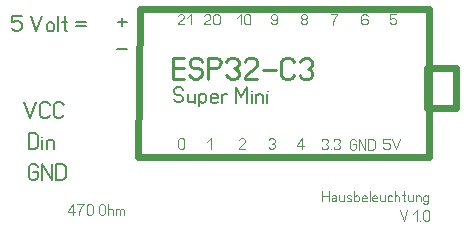
<source format=gbr>
%FSLAX34Y34*%
%MOMM*%
%LNSILK_TOP*%
G71*
G01*
%ADD10C,0.111*%
%ADD11C,0.222*%
%ADD12C,0.167*%
%ADD13C,0.600*%
%LPD*%
G54D10*
X268525Y31020D02*
X268525Y39909D01*
G54D10*
X273859Y31020D02*
X273859Y39909D01*
G54D10*
X268525Y35465D02*
X273859Y35465D01*
G54D10*
X276302Y35465D02*
X277636Y36020D01*
X279236Y36020D01*
X280302Y34909D01*
X280302Y31020D01*
G54D10*
X280302Y32687D02*
X279636Y33798D01*
X278302Y34020D01*
X276969Y33798D01*
X276302Y32687D01*
X276569Y31576D01*
X277636Y31020D01*
X278302Y31020D01*
X278569Y31020D01*
X279636Y31576D01*
X280302Y32687D01*
G54D10*
X286746Y36020D02*
X286746Y31020D01*
G54D10*
X286746Y32131D02*
X286080Y31242D01*
X284746Y31020D01*
X283413Y31242D01*
X282746Y32131D01*
X282746Y36020D01*
G54D10*
X289190Y31576D02*
X290524Y31020D01*
X291857Y31020D01*
X293190Y31576D01*
X293190Y32687D01*
X292524Y33242D01*
X289857Y33798D01*
X289190Y34353D01*
X289190Y35465D01*
X290524Y36020D01*
X291857Y36020D01*
X293190Y35465D01*
G54D10*
X295634Y31020D02*
X295634Y39909D01*
G54D10*
X295634Y34576D02*
X296301Y35687D01*
X297634Y36020D01*
X298968Y35687D01*
X299634Y34576D01*
X299634Y32353D01*
X298968Y31242D01*
X297634Y31020D01*
X296301Y31242D01*
X295634Y32353D01*
G54D10*
X306078Y31576D02*
X305012Y31020D01*
X303678Y31020D01*
X302345Y31576D01*
X302078Y32687D01*
X302078Y34576D01*
X302745Y35687D01*
X304078Y36020D01*
X305412Y35687D01*
X306078Y34909D01*
X306078Y33798D01*
X302078Y33798D01*
G54D10*
X308522Y31020D02*
X308522Y39909D01*
G54D10*
X314966Y31576D02*
X313900Y31020D01*
X312566Y31020D01*
X311233Y31576D01*
X310966Y32687D01*
X310966Y34576D01*
X311633Y35687D01*
X312966Y36020D01*
X314300Y35687D01*
X314966Y34909D01*
X314966Y33798D01*
X310966Y33798D01*
G54D10*
X321410Y36020D02*
X321410Y31020D01*
G54D10*
X321410Y32131D02*
X320744Y31242D01*
X319410Y31020D01*
X318077Y31242D01*
X317410Y32131D01*
X317410Y36020D01*
G54D10*
X327188Y35687D02*
X325854Y36020D01*
X324521Y35687D01*
X323854Y34576D01*
X323854Y32353D01*
X324521Y31242D01*
X325854Y31020D01*
X327188Y31242D01*
G54D10*
X329631Y31020D02*
X329631Y39909D01*
G54D10*
X329631Y34576D02*
X330298Y35687D01*
X331631Y36020D01*
X332965Y35687D01*
X333631Y34576D01*
X333631Y31020D01*
G54D10*
X337409Y39909D02*
X337409Y31576D01*
X338075Y31020D01*
X338742Y31242D01*
G54D10*
X336075Y36020D02*
X338742Y36020D01*
G54D10*
X345186Y36020D02*
X345186Y31020D01*
G54D10*
X345186Y32131D02*
X344520Y31242D01*
X343186Y31020D01*
X341853Y31242D01*
X341186Y32131D01*
X341186Y36020D01*
G54D10*
X347630Y31020D02*
X347630Y36020D01*
G54D10*
X347630Y34909D02*
X348297Y35687D01*
X349630Y36020D01*
X350964Y35687D01*
X351630Y34909D01*
X351630Y31020D01*
G54D10*
X354074Y29353D02*
X355408Y28798D01*
X356341Y28798D01*
X357674Y29353D01*
X358074Y30465D01*
X358074Y36020D01*
G54D10*
X358074Y34576D02*
X357408Y35687D01*
X356074Y36020D01*
X354741Y35687D01*
X354074Y34576D01*
X354074Y32353D01*
X354741Y31242D01*
X356074Y31020D01*
X357408Y31242D01*
X358074Y32353D01*
G54D10*
X325459Y83749D02*
X320126Y83749D01*
X320126Y79860D01*
X320793Y79860D01*
X322126Y80416D01*
X323459Y80416D01*
X324793Y79860D01*
X325459Y78749D01*
X325459Y76527D01*
X324793Y75416D01*
X323459Y74860D01*
X322126Y74860D01*
X320793Y75416D01*
X320126Y76527D01*
G54D10*
X327903Y83749D02*
X331236Y74860D01*
X334570Y83749D01*
G54D11*
X151113Y134811D02*
X141780Y134860D01*
X141873Y152637D01*
X151206Y152588D01*
G54D11*
X141827Y143748D02*
X151160Y143700D01*
G54D11*
X156019Y138118D02*
X157341Y135889D01*
X160002Y134764D01*
X162668Y134750D01*
X165341Y135848D01*
X166686Y138062D01*
X166697Y140285D01*
X165375Y142514D01*
X162715Y143639D01*
X160048Y143653D01*
X157388Y144778D01*
X156066Y147007D01*
X156077Y149229D01*
X157422Y151445D01*
X160095Y152542D01*
X162761Y152528D01*
X165422Y151403D01*
X166744Y149173D01*
G54D11*
X171558Y134704D02*
X171651Y152481D01*
X178317Y152446D01*
X180978Y151321D01*
X182300Y149092D01*
X182288Y146870D01*
X180943Y144655D01*
X178271Y143558D01*
X171604Y143593D01*
G54D11*
X187189Y149067D02*
X188534Y151282D01*
X191207Y152379D01*
X193873Y152365D01*
X196534Y151240D01*
X197856Y149011D01*
X197844Y146789D01*
X196499Y144573D01*
X193826Y143476D01*
X196487Y142351D01*
X197809Y140122D01*
X197797Y137900D01*
X196452Y135685D01*
X193780Y134587D01*
X191113Y134601D01*
X188452Y135726D01*
X187131Y137956D01*
G54D11*
X213336Y134485D02*
X202669Y134541D01*
X202675Y135652D01*
X204020Y137867D01*
X212054Y144492D01*
X213400Y146707D01*
X213411Y148929D01*
X212090Y151158D01*
X209429Y152283D01*
X206762Y152297D01*
X204089Y151200D01*
X202745Y148985D01*
G54D11*
X218266Y142237D02*
X228932Y142181D01*
G54D11*
X244465Y137655D02*
X243120Y135440D01*
X240447Y134343D01*
X237781Y134357D01*
X235120Y135482D01*
X233798Y137711D01*
X233856Y148822D01*
X235201Y151037D01*
X237873Y152135D01*
X240541Y152121D01*
X243201Y150996D01*
X244523Y148766D01*
G54D11*
X249412Y148741D02*
X250757Y150956D01*
X253430Y152053D01*
X256096Y152039D01*
X258757Y150914D01*
X260079Y148685D01*
X260067Y146463D01*
X258722Y144248D01*
X256050Y143150D01*
X258710Y142025D01*
X260032Y139796D01*
X260020Y137574D01*
X258676Y135359D01*
X256003Y134262D01*
X253336Y134276D01*
X250676Y135401D01*
X249354Y137630D01*
G54D12*
X142844Y117132D02*
X143836Y115460D01*
X145831Y114616D01*
X147832Y114606D01*
X149836Y115428D01*
X150844Y117090D01*
X150853Y118757D01*
X149862Y120428D01*
X147866Y121272D01*
X145866Y121282D01*
X143870Y122126D01*
X142879Y123798D01*
X142888Y125465D01*
X143897Y127126D01*
X145901Y127949D01*
X147901Y127939D01*
X149896Y127095D01*
X150888Y125423D01*
G54D12*
X160537Y122039D02*
X160498Y114539D01*
G54D12*
X160507Y116206D02*
X159500Y114878D01*
X157498Y114555D01*
X155500Y114899D01*
X154507Y116237D01*
X154537Y122071D01*
G54D12*
X164204Y122020D02*
X164147Y111187D01*
G54D12*
X164178Y117020D02*
X165167Y114848D01*
X167165Y114504D01*
X169166Y114827D01*
X170175Y116488D01*
X170193Y119822D01*
X169202Y121494D01*
X167204Y122004D01*
X165202Y121515D01*
X164191Y119520D01*
G54D12*
X179836Y115271D02*
X178232Y114446D01*
X176232Y114457D01*
X174236Y115301D01*
X173845Y116969D01*
X173860Y119803D01*
X174868Y121464D01*
X176871Y121954D01*
X178868Y121443D01*
X179862Y120271D01*
X179854Y118605D01*
X173854Y118636D01*
G54D12*
X183499Y114419D02*
X183538Y121919D01*
G54D12*
X183529Y120252D02*
X185538Y121908D01*
X187538Y121898D01*
G54D12*
X195032Y114358D02*
X195102Y127692D01*
X200058Y119332D01*
X205102Y127639D01*
X205032Y114306D01*
G54D12*
X208699Y114287D02*
X208739Y121787D01*
G54D12*
X208752Y124287D02*
X208752Y124287D01*
G54D12*
X212366Y114268D02*
X212406Y121768D01*
G54D12*
X212397Y120101D02*
X213403Y121262D01*
X215406Y121752D01*
X217403Y121241D01*
X218396Y120069D01*
X218366Y114236D01*
G54D12*
X222033Y114217D02*
X222073Y121717D01*
G54D12*
X222086Y124217D02*
X222086Y124217D01*
G54D10*
X294481Y79083D02*
X297147Y79083D01*
X297147Y76306D01*
X296481Y75194D01*
X295147Y74639D01*
X293814Y74639D01*
X292481Y75194D01*
X291814Y76306D01*
X291814Y81861D01*
X292481Y82972D01*
X293814Y83528D01*
X295147Y83528D01*
X296481Y82972D01*
X297147Y81861D01*
G54D10*
X299591Y74639D02*
X299591Y83528D01*
X304924Y74639D01*
X304924Y83528D01*
G54D10*
X307368Y74639D02*
X307368Y83528D01*
X310701Y83528D01*
X312035Y82972D01*
X312701Y81861D01*
X312701Y76306D01*
X312035Y75194D01*
X310701Y74639D01*
X307368Y74639D01*
G54D10*
X267904Y82113D02*
X268571Y83224D01*
X269904Y83779D01*
X271238Y83779D01*
X272571Y83224D01*
X273238Y82113D01*
X273238Y81001D01*
X272571Y79890D01*
X271238Y79335D01*
X272571Y78779D01*
X273238Y77668D01*
X273238Y76557D01*
X272571Y75446D01*
X271238Y74890D01*
X269904Y74890D01*
X268571Y75446D01*
X267904Y76557D01*
G54D10*
X275681Y74890D02*
X275681Y74890D01*
G54D10*
X278125Y82113D02*
X278792Y83224D01*
X280125Y83779D01*
X281459Y83779D01*
X282792Y83224D01*
X283459Y82113D01*
X283459Y81001D01*
X282792Y79890D01*
X281459Y79335D01*
X282792Y78779D01*
X283459Y77668D01*
X283459Y76557D01*
X282792Y75446D01*
X281459Y74890D01*
X280125Y74890D01*
X278792Y75446D01*
X278125Y76557D01*
G54D10*
X251309Y75340D02*
X251309Y84229D01*
X247309Y78673D01*
X247309Y77562D01*
X252642Y77562D01*
G54D10*
X222963Y82594D02*
X223630Y83705D01*
X224963Y84261D01*
X226297Y84261D01*
X227630Y83705D01*
X228297Y82594D01*
X228297Y81483D01*
X227630Y80372D01*
X226297Y79816D01*
X227630Y79261D01*
X228297Y78150D01*
X228297Y77038D01*
X227630Y75927D01*
X226297Y75372D01*
X224963Y75372D01*
X223630Y75927D01*
X222963Y77038D01*
G54D10*
X203100Y75372D02*
X197767Y75372D01*
X197767Y75928D01*
X198433Y77039D01*
X202433Y80372D01*
X203100Y81483D01*
X203100Y82594D01*
X202433Y83705D01*
X201100Y84261D01*
X199767Y84261D01*
X198433Y83705D01*
X197767Y82594D01*
G54D10*
X170966Y80939D02*
X174299Y84273D01*
X174299Y75384D01*
G54D10*
X146385Y82594D02*
X146385Y77038D01*
X147052Y75927D01*
X148385Y75372D01*
X149719Y75372D01*
X151052Y75927D01*
X151719Y77038D01*
X151719Y82594D01*
X151052Y83705D01*
X149719Y84261D01*
X148385Y84261D01*
X147052Y83705D01*
X146385Y82594D01*
G54D10*
X331080Y189527D02*
X325747Y189527D01*
X325747Y185638D01*
X326413Y185638D01*
X327747Y186194D01*
X329080Y186194D01*
X330413Y185638D01*
X331080Y184527D01*
X331080Y182305D01*
X330413Y181194D01*
X329080Y180638D01*
X327747Y180638D01*
X326413Y181194D01*
X325747Y182305D01*
G54D10*
X306915Y187860D02*
X306248Y188971D01*
X304915Y189527D01*
X303581Y189527D01*
X302248Y188971D01*
X301581Y187860D01*
X301581Y185082D01*
X301581Y184527D01*
X303581Y185638D01*
X304915Y185638D01*
X306248Y185082D01*
X306915Y183971D01*
X306915Y182305D01*
X306248Y181193D01*
X304915Y180638D01*
X303581Y180638D01*
X302248Y181193D01*
X301581Y182305D01*
X301581Y185082D01*
G54D10*
X275997Y189452D02*
X281330Y189452D01*
X280663Y188341D01*
X279330Y186674D01*
X277997Y184452D01*
X277330Y182785D01*
X277330Y180563D01*
G54D10*
X253707Y185082D02*
X252374Y185082D01*
X251040Y185637D01*
X250374Y186748D01*
X250374Y187860D01*
X251040Y188971D01*
X252374Y189526D01*
X253707Y189526D01*
X255040Y188971D01*
X255707Y187860D01*
X255707Y186748D01*
X255040Y185637D01*
X253707Y185082D01*
X255040Y184526D01*
X255707Y183415D01*
X255707Y182304D01*
X255040Y181193D01*
X253707Y180637D01*
X252374Y180637D01*
X251040Y181193D01*
X250374Y182304D01*
X250374Y183415D01*
X251040Y184526D01*
X252374Y185082D01*
G54D10*
X224942Y182305D02*
X225609Y181193D01*
X226942Y180638D01*
X228276Y180638D01*
X229609Y181193D01*
X230276Y182305D01*
X230276Y185082D01*
X230276Y185638D01*
X228276Y184527D01*
X226942Y184527D01*
X225609Y185082D01*
X224942Y186193D01*
X224942Y187860D01*
X225609Y188971D01*
X226942Y189527D01*
X228276Y189527D01*
X229609Y188971D01*
X230276Y187860D01*
X230276Y185082D01*
G54D10*
X196495Y186193D02*
X199828Y189527D01*
X199828Y180638D01*
G54D10*
X207605Y187860D02*
X207605Y182305D01*
X206939Y181193D01*
X205605Y180638D01*
X204272Y180638D01*
X202939Y181193D01*
X202272Y182305D01*
X202272Y187860D01*
X202939Y188971D01*
X204272Y189527D01*
X205605Y189527D01*
X206939Y188971D01*
X207605Y187860D01*
G54D10*
X173723Y180638D02*
X168390Y180638D01*
X168390Y181194D01*
X169057Y182305D01*
X173057Y185638D01*
X173723Y186749D01*
X173723Y187860D01*
X173057Y188971D01*
X171723Y189527D01*
X170390Y189527D01*
X169057Y188971D01*
X168390Y187860D01*
G54D10*
X181500Y187860D02*
X181500Y182305D01*
X180834Y181194D01*
X179500Y180638D01*
X178167Y180638D01*
X176834Y181194D01*
X176167Y182305D01*
X176167Y187860D01*
X176834Y188971D01*
X178167Y189527D01*
X179500Y189527D01*
X180834Y188971D01*
X181500Y187860D01*
G54D10*
X151588Y180638D02*
X146254Y180638D01*
X146254Y181194D01*
X146921Y182305D01*
X150921Y185638D01*
X151588Y186749D01*
X151588Y187860D01*
X150921Y188971D01*
X149588Y189527D01*
X148254Y189527D01*
X146921Y188971D01*
X146254Y187860D01*
G54D10*
X154031Y186194D02*
X157365Y189527D01*
X157365Y180638D01*
G54D13*
X358800Y68569D02*
X112800Y68569D01*
X113800Y193569D01*
X358800Y193569D01*
X358800Y68569D01*
G54D13*
X381421Y143976D02*
X381300Y109969D01*
X357300Y109969D01*
X357300Y143969D01*
X381300Y143969D01*
G54D10*
X333950Y23162D02*
X337284Y14273D01*
X340617Y23162D01*
G54D10*
X345638Y19829D02*
X348972Y23162D01*
X348972Y14273D01*
G54D10*
X351415Y14273D02*
X351415Y14273D01*
G54D10*
X359193Y21495D02*
X359193Y15940D01*
X358526Y14829D01*
X357193Y14273D01*
X355859Y14273D01*
X354526Y14829D01*
X353859Y15940D01*
X353859Y21495D01*
X354526Y22607D01*
X355859Y23162D01*
X357193Y23162D01*
X358526Y22607D01*
X359193Y21495D01*
G54D12*
X13925Y188147D02*
X5925Y188147D01*
X5925Y182314D01*
X6925Y182314D01*
X8925Y183147D01*
X10925Y183147D01*
X12925Y182314D01*
X13925Y180647D01*
X13925Y177314D01*
X12925Y175647D01*
X10925Y174814D01*
X8925Y174814D01*
X6925Y175647D01*
X5925Y177314D01*
G54D12*
X21459Y188147D02*
X26459Y174814D01*
X31459Y188147D01*
G54D12*
X41126Y176814D02*
X41126Y180147D01*
X40126Y181814D01*
X38126Y182314D01*
X36126Y181814D01*
X35126Y180147D01*
X35126Y176814D01*
X36126Y175147D01*
X38126Y174814D01*
X40126Y175147D01*
X41126Y176814D01*
G54D12*
X44793Y174814D02*
X44793Y188147D01*
G54D12*
X50460Y188147D02*
X50460Y175647D01*
X51460Y174814D01*
X52460Y175147D01*
G54D12*
X48460Y182314D02*
X52460Y182314D01*
G54D12*
X59994Y182314D02*
X67994Y182314D01*
G54D12*
X59994Y178980D02*
X67994Y178980D01*
G54D12*
X16033Y114569D02*
X21033Y101235D01*
X26033Y114569D01*
G54D12*
X37700Y103735D02*
X36700Y102069D01*
X34700Y101235D01*
X32700Y101235D01*
X30700Y102069D01*
X29700Y103735D01*
X29700Y112069D01*
X30700Y113735D01*
X32700Y114569D01*
X34700Y114569D01*
X36700Y113735D01*
X37700Y112069D01*
G54D12*
X49367Y103735D02*
X48367Y102069D01*
X46367Y101235D01*
X44367Y101235D01*
X42367Y102069D01*
X41367Y103735D01*
X41367Y112069D01*
X42367Y113735D01*
X44367Y114569D01*
X46367Y114569D01*
X48367Y113735D01*
X49367Y112069D01*
G54D12*
X23754Y55874D02*
X27754Y55874D01*
X27754Y51707D01*
X26754Y50041D01*
X24754Y49207D01*
X22754Y49207D01*
X20754Y50041D01*
X19754Y51707D01*
X19754Y60041D01*
X20754Y61707D01*
X22754Y62541D01*
X24754Y62541D01*
X26754Y61707D01*
X27754Y60041D01*
G54D12*
X31421Y49207D02*
X31421Y62541D01*
X39421Y49207D01*
X39421Y62541D01*
G54D12*
X43088Y49207D02*
X43088Y62541D01*
X48088Y62541D01*
X50088Y61707D01*
X51088Y60041D01*
X51088Y51707D01*
X50088Y50041D01*
X48088Y49207D01*
X43088Y49207D01*
G54D12*
X19754Y75436D02*
X19754Y88769D01*
X24754Y88769D01*
X26754Y87936D01*
X27754Y86269D01*
X27754Y77936D01*
X26754Y76269D01*
X24754Y75436D01*
X19754Y75436D01*
G54D12*
X31421Y75436D02*
X31421Y82936D01*
G54D12*
X31421Y85436D02*
X31421Y85436D01*
G54D12*
X35088Y75436D02*
X35088Y82936D01*
G54D12*
X35088Y81269D02*
X36088Y82436D01*
X38088Y82936D01*
X40088Y82436D01*
X41088Y81269D01*
X41088Y75436D01*
G54D12*
X95153Y182522D02*
X103153Y182522D01*
G54D12*
X99153Y185855D02*
X99153Y179189D01*
G54D12*
X95047Y159509D02*
X103047Y159509D01*
G54D10*
X57433Y19591D02*
X57433Y28480D01*
X53433Y22924D01*
X53433Y21813D01*
X58766Y21813D01*
G54D10*
X61210Y28480D02*
X66543Y28480D01*
X65877Y27368D01*
X64543Y25702D01*
X63210Y23480D01*
X62543Y21813D01*
X62543Y19591D01*
G54D10*
X74320Y26813D02*
X74320Y21257D01*
X73654Y20146D01*
X72320Y19591D01*
X70987Y19591D01*
X69654Y20146D01*
X68987Y21257D01*
X68987Y26813D01*
X69654Y27924D01*
X70987Y28480D01*
X72320Y28480D01*
X73654Y27924D01*
X74320Y26813D01*
G54D10*
X84674Y26813D02*
X84674Y21257D01*
X84008Y20146D01*
X82674Y19591D01*
X81341Y19591D01*
X80008Y20146D01*
X79341Y21257D01*
X79341Y26813D01*
X80008Y27924D01*
X81341Y28480D01*
X82674Y28480D01*
X84008Y27924D01*
X84674Y26813D01*
G54D10*
X87118Y19591D02*
X87118Y28480D01*
G54D10*
X87118Y23146D02*
X87785Y24257D01*
X89118Y24591D01*
X90451Y24257D01*
X91118Y23146D01*
X91118Y19591D01*
G54D10*
X93562Y19591D02*
X93562Y24591D01*
G54D10*
X93562Y23702D02*
X94895Y24591D01*
X96229Y24257D01*
X96895Y23480D01*
X96895Y19591D01*
G54D10*
X96895Y23702D02*
X98229Y24591D01*
X99562Y24257D01*
X100229Y23480D01*
X100229Y19591D01*
M02*

</source>
